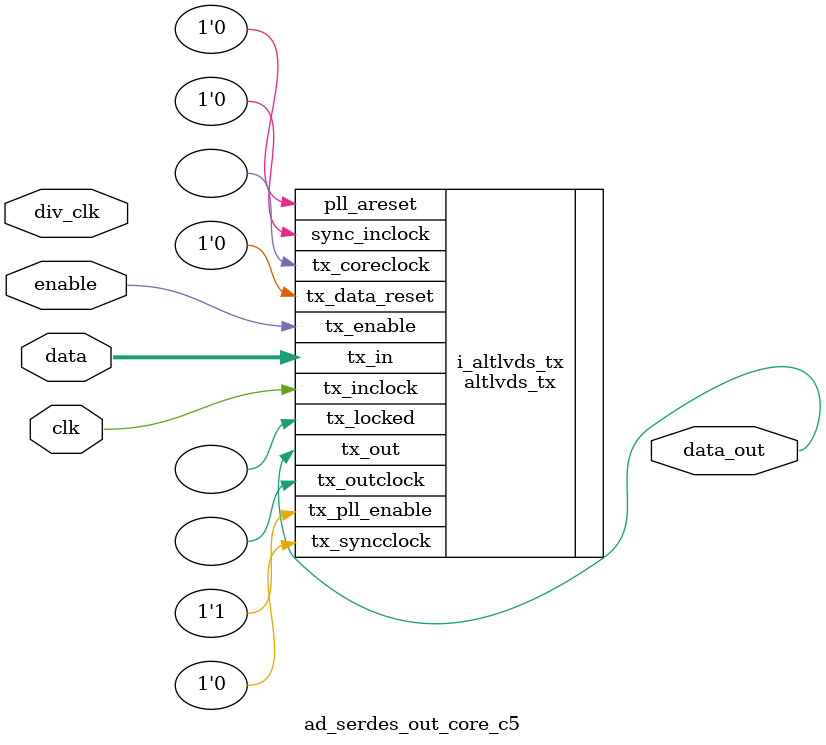
<source format=v>

`timescale 1ps/1ps

module ad_serdes_out_core_c5 #(

  parameter       SERDES_FACTOR = 8) (

  input                           clk,
  input                           div_clk,
  input                           enable,
  output                          data_out,
  input   [(SERDES_FACTOR-1):0]   data);

  reg     [(SERDES_FACTOR-1):0]   data_int = 'd0;

  always @(posedge div_clk) begin
    data_int <= data;
  end

  altlvds_tx  i_altlvds_tx (
    .tx_enable (enable),
    .tx_in (data),
    .tx_inclock (clk),
    .tx_out (data_out),
    .pll_areset (1'b0),
    .sync_inclock (1'b0),
    .tx_coreclock (),
    .tx_data_reset (1'b0),
    .tx_locked (),
    .tx_outclock (),
    .tx_pll_enable (1'b1),
    .tx_syncclock (1'b0));
  defparam
    i_altlvds_tx.center_align_msb = "UNUSED",
    i_altlvds_tx.common_rx_tx_pll = "OFF",
    i_altlvds_tx.coreclock_divide_by = 1,
    i_altlvds_tx.data_rate = "800.0 Mbps",
    i_altlvds_tx.deserialization_factor = SERDES_FACTOR,
    i_altlvds_tx.differential_drive = 0,
    i_altlvds_tx.enable_clock_pin_mode = "UNUSED",
    i_altlvds_tx.implement_in_les = "OFF",
    i_altlvds_tx.inclock_boost = 0,
    i_altlvds_tx.inclock_data_alignment = "EDGE_ALIGNED",
    i_altlvds_tx.inclock_period = 50000,
    i_altlvds_tx.inclock_phase_shift = 0,
    i_altlvds_tx.intended_device_family = "Cyclone V",
    i_altlvds_tx.lpm_hint = "CBX_MODULE_PREFIX=ad_serdes_out_core_c5",
    i_altlvds_tx.lpm_type = "altlvds_tx",
    i_altlvds_tx.multi_clock = "OFF",
    i_altlvds_tx.number_of_channels = 1,
    i_altlvds_tx.outclock_alignment = "EDGE_ALIGNED",
    i_altlvds_tx.outclock_divide_by = 1,
    i_altlvds_tx.outclock_duty_cycle = 50,
    i_altlvds_tx.outclock_multiply_by = 1,
    i_altlvds_tx.outclock_phase_shift = 0,
    i_altlvds_tx.outclock_resource = "Dual-Regional clock",
    i_altlvds_tx.output_data_rate = 800,
    i_altlvds_tx.pll_compensation_mode = "AUTO",
    i_altlvds_tx.pll_self_reset_on_loss_lock = "OFF",
    i_altlvds_tx.preemphasis_setting = 0,
    i_altlvds_tx.refclk_frequency = "20.000000 MHz",
    i_altlvds_tx.registered_input = "OFF",
    i_altlvds_tx.use_external_pll = "ON",
    i_altlvds_tx.use_no_phase_shift = "ON",
    i_altlvds_tx.vod_setting = 0,
    i_altlvds_tx.clk_src_is_pll = "off";

endmodule

// ***************************************************************************
// ***************************************************************************

</source>
